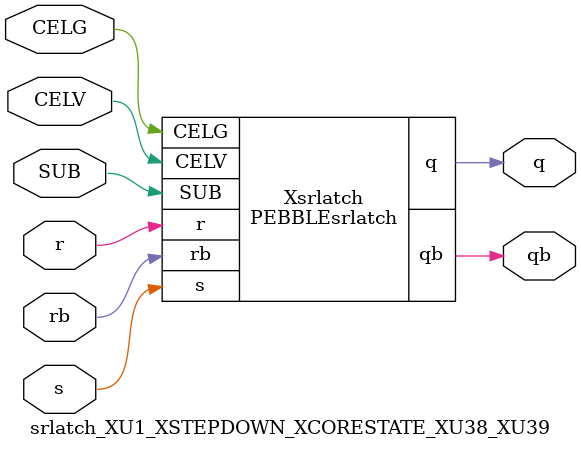
<source format=v>



module PEBBLEsrlatch ( q, qb, CELG, CELV, SUB, r, rb, s );

  input CELV;
  input s;
  output q;
  input rb;
  input r;
  input SUB;
  input CELG;
  output qb;
endmodule

//Celera Confidential Do Not Copy srlatch_XU1_XSTEPDOWN_XCORESTATE_XU38_XU39
//Celera Confidential Symbol Generator
//SR Latch
module srlatch_XU1_XSTEPDOWN_XCORESTATE_XU38_XU39 (CELV,CELG,s,r,rb,q,qb,SUB);
input CELV;
input CELG;
input s;
input r;
input rb;
input SUB;
output q;
output qb;

//Celera Confidential Do Not Copy srlatch
PEBBLEsrlatch Xsrlatch(
.CELV (CELV),
.r (r),
.s (s),
.q (q),
.qb (qb),
.rb (rb),
.SUB (SUB),
.CELG (CELG)
);
//,diesize,PEBBLEsrlatch

//Celera Confidential Do Not Copy Module End
//Celera Schematic Generator
endmodule

</source>
